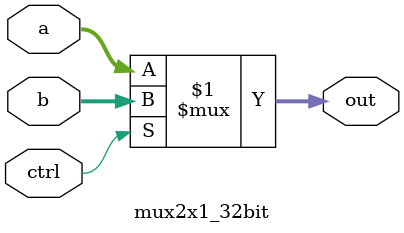
<source format=sv>
module mux2x1_32bit(
    input logic ctrl,
    input logic [31:0] a, b,
    output logic [31:0] out
);

    assign out = (ctrl)? b : a;

endmodule
</source>
